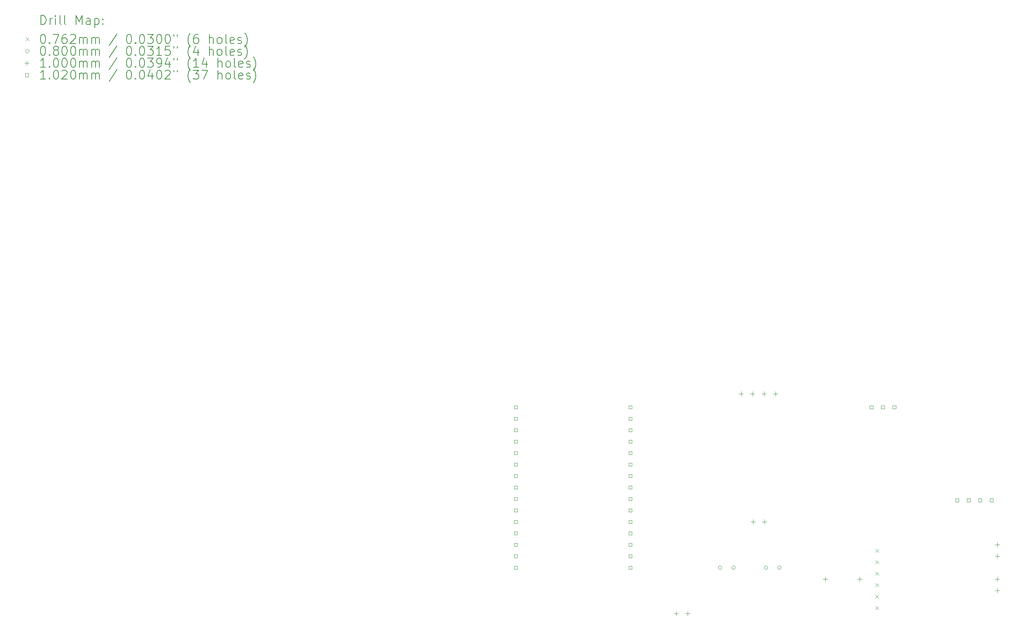
<source format=gbr>
%TF.GenerationSoftware,KiCad,Pcbnew,7.0.9*%
%TF.CreationDate,2023-11-28T16:56:36-05:00*%
%TF.ProjectId,PCB taller de electronica,50434220-7461-46c6-9c65-722064652065,rev?*%
%TF.SameCoordinates,Original*%
%TF.FileFunction,Drillmap*%
%TF.FilePolarity,Positive*%
%FSLAX45Y45*%
G04 Gerber Fmt 4.5, Leading zero omitted, Abs format (unit mm)*
G04 Created by KiCad (PCBNEW 7.0.9) date 2023-11-28 16:56:36*
%MOMM*%
%LPD*%
G01*
G04 APERTURE LIST*
%ADD10C,0.200000*%
%ADD11C,0.100000*%
%ADD12C,0.102000*%
G04 APERTURE END LIST*
D10*
D11*
X18740900Y-11932900D02*
X18817100Y-12009100D01*
X18817100Y-11932900D02*
X18740900Y-12009100D01*
X18740900Y-12186900D02*
X18817100Y-12263100D01*
X18817100Y-12186900D02*
X18740900Y-12263100D01*
X18740900Y-12440900D02*
X18817100Y-12517100D01*
X18817100Y-12440900D02*
X18740900Y-12517100D01*
X18740900Y-12694900D02*
X18817100Y-12771100D01*
X18817100Y-12694900D02*
X18740900Y-12771100D01*
X18740900Y-12948900D02*
X18817100Y-13025100D01*
X18817100Y-12948900D02*
X18740900Y-13025100D01*
X18740900Y-13202900D02*
X18817100Y-13279100D01*
X18817100Y-13202900D02*
X18740900Y-13279100D01*
X15344000Y-12352000D02*
G75*
G03*
X15344000Y-12352000I-40000J0D01*
G01*
X15644000Y-12352000D02*
G75*
G03*
X15644000Y-12352000I-40000J0D01*
G01*
X16360000Y-12352000D02*
G75*
G03*
X16360000Y-12352000I-40000J0D01*
G01*
X16660000Y-12352000D02*
G75*
G03*
X16660000Y-12352000I-40000J0D01*
G01*
X14334000Y-13318000D02*
X14334000Y-13418000D01*
X14284000Y-13368000D02*
X14384000Y-13368000D01*
X14588000Y-13318000D02*
X14588000Y-13418000D01*
X14538000Y-13368000D02*
X14638000Y-13368000D01*
X15768000Y-8448000D02*
X15768000Y-8548000D01*
X15718000Y-8498000D02*
X15818000Y-8498000D01*
X16022000Y-8448000D02*
X16022000Y-8548000D01*
X15972000Y-8498000D02*
X16072000Y-8498000D01*
X16035000Y-11286000D02*
X16035000Y-11386000D01*
X15985000Y-11336000D02*
X16085000Y-11336000D01*
X16276000Y-8448000D02*
X16276000Y-8548000D01*
X16226000Y-8498000D02*
X16326000Y-8498000D01*
X16289000Y-11286000D02*
X16289000Y-11386000D01*
X16239000Y-11336000D02*
X16339000Y-11336000D01*
X16530000Y-8448000D02*
X16530000Y-8548000D01*
X16480000Y-8498000D02*
X16580000Y-8498000D01*
X17636000Y-12556000D02*
X17636000Y-12656000D01*
X17586000Y-12606000D02*
X17686000Y-12606000D01*
X18398000Y-12556000D02*
X18398000Y-12656000D01*
X18348000Y-12606000D02*
X18448000Y-12606000D01*
X21446000Y-11794000D02*
X21446000Y-11894000D01*
X21396000Y-11844000D02*
X21496000Y-11844000D01*
X21446000Y-12048000D02*
X21446000Y-12148000D01*
X21396000Y-12098000D02*
X21496000Y-12098000D01*
X21446000Y-12556000D02*
X21446000Y-12656000D01*
X21396000Y-12606000D02*
X21496000Y-12606000D01*
X21446000Y-12810000D02*
X21446000Y-12910000D01*
X21396000Y-12860000D02*
X21496000Y-12860000D01*
D12*
X10814063Y-8832063D02*
X10814063Y-8759937D01*
X10741937Y-8759937D01*
X10741937Y-8832063D01*
X10814063Y-8832063D01*
X10814063Y-9086063D02*
X10814063Y-9013937D01*
X10741937Y-9013937D01*
X10741937Y-9086063D01*
X10814063Y-9086063D01*
X10814063Y-9340063D02*
X10814063Y-9267937D01*
X10741937Y-9267937D01*
X10741937Y-9340063D01*
X10814063Y-9340063D01*
X10814063Y-9594063D02*
X10814063Y-9521937D01*
X10741937Y-9521937D01*
X10741937Y-9594063D01*
X10814063Y-9594063D01*
X10814063Y-9848063D02*
X10814063Y-9775937D01*
X10741937Y-9775937D01*
X10741937Y-9848063D01*
X10814063Y-9848063D01*
X10814063Y-10102063D02*
X10814063Y-10029937D01*
X10741937Y-10029937D01*
X10741937Y-10102063D01*
X10814063Y-10102063D01*
X10814063Y-10356063D02*
X10814063Y-10283937D01*
X10741937Y-10283937D01*
X10741937Y-10356063D01*
X10814063Y-10356063D01*
X10814063Y-10610063D02*
X10814063Y-10537937D01*
X10741937Y-10537937D01*
X10741937Y-10610063D01*
X10814063Y-10610063D01*
X10814063Y-10864063D02*
X10814063Y-10791937D01*
X10741937Y-10791937D01*
X10741937Y-10864063D01*
X10814063Y-10864063D01*
X10814063Y-11118063D02*
X10814063Y-11045937D01*
X10741937Y-11045937D01*
X10741937Y-11118063D01*
X10814063Y-11118063D01*
X10814063Y-11372063D02*
X10814063Y-11299937D01*
X10741937Y-11299937D01*
X10741937Y-11372063D01*
X10814063Y-11372063D01*
X10814063Y-11626063D02*
X10814063Y-11553937D01*
X10741937Y-11553937D01*
X10741937Y-11626063D01*
X10814063Y-11626063D01*
X10814063Y-11880063D02*
X10814063Y-11807937D01*
X10741937Y-11807937D01*
X10741937Y-11880063D01*
X10814063Y-11880063D01*
X10814063Y-12134063D02*
X10814063Y-12061937D01*
X10741937Y-12061937D01*
X10741937Y-12134063D01*
X10814063Y-12134063D01*
X10814063Y-12388063D02*
X10814063Y-12315937D01*
X10741937Y-12315937D01*
X10741937Y-12388063D01*
X10814063Y-12388063D01*
X13354063Y-8832063D02*
X13354063Y-8759937D01*
X13281937Y-8759937D01*
X13281937Y-8832063D01*
X13354063Y-8832063D01*
X13354063Y-9086063D02*
X13354063Y-9013937D01*
X13281937Y-9013937D01*
X13281937Y-9086063D01*
X13354063Y-9086063D01*
X13354063Y-9340063D02*
X13354063Y-9267937D01*
X13281937Y-9267937D01*
X13281937Y-9340063D01*
X13354063Y-9340063D01*
X13354063Y-9594063D02*
X13354063Y-9521937D01*
X13281937Y-9521937D01*
X13281937Y-9594063D01*
X13354063Y-9594063D01*
X13354063Y-9848063D02*
X13354063Y-9775937D01*
X13281937Y-9775937D01*
X13281937Y-9848063D01*
X13354063Y-9848063D01*
X13354063Y-10102063D02*
X13354063Y-10029937D01*
X13281937Y-10029937D01*
X13281937Y-10102063D01*
X13354063Y-10102063D01*
X13354063Y-10356063D02*
X13354063Y-10283937D01*
X13281937Y-10283937D01*
X13281937Y-10356063D01*
X13354063Y-10356063D01*
X13354063Y-10610063D02*
X13354063Y-10537937D01*
X13281937Y-10537937D01*
X13281937Y-10610063D01*
X13354063Y-10610063D01*
X13354063Y-10864063D02*
X13354063Y-10791937D01*
X13281937Y-10791937D01*
X13281937Y-10864063D01*
X13354063Y-10864063D01*
X13354063Y-11118063D02*
X13354063Y-11045937D01*
X13281937Y-11045937D01*
X13281937Y-11118063D01*
X13354063Y-11118063D01*
X13354063Y-11372063D02*
X13354063Y-11299937D01*
X13281937Y-11299937D01*
X13281937Y-11372063D01*
X13354063Y-11372063D01*
X13354063Y-11626063D02*
X13354063Y-11553937D01*
X13281937Y-11553937D01*
X13281937Y-11626063D01*
X13354063Y-11626063D01*
X13354063Y-11880063D02*
X13354063Y-11807937D01*
X13281937Y-11807937D01*
X13281937Y-11880063D01*
X13354063Y-11880063D01*
X13354063Y-12134063D02*
X13354063Y-12061937D01*
X13281937Y-12061937D01*
X13281937Y-12134063D01*
X13354063Y-12134063D01*
X13354063Y-12388063D02*
X13354063Y-12315937D01*
X13281937Y-12315937D01*
X13281937Y-12388063D01*
X13354063Y-12388063D01*
X18689063Y-8832063D02*
X18689063Y-8759937D01*
X18616937Y-8759937D01*
X18616937Y-8832063D01*
X18689063Y-8832063D01*
X18943063Y-8832063D02*
X18943063Y-8759937D01*
X18870937Y-8759937D01*
X18870937Y-8832063D01*
X18943063Y-8832063D01*
X19197063Y-8832063D02*
X19197063Y-8759937D01*
X19124937Y-8759937D01*
X19124937Y-8832063D01*
X19197063Y-8832063D01*
X20592063Y-10894063D02*
X20592063Y-10821937D01*
X20519937Y-10821937D01*
X20519937Y-10894063D01*
X20592063Y-10894063D01*
X20846063Y-10894063D02*
X20846063Y-10821937D01*
X20773937Y-10821937D01*
X20773937Y-10894063D01*
X20846063Y-10894063D01*
X21100063Y-10894063D02*
X21100063Y-10821937D01*
X21027937Y-10821937D01*
X21027937Y-10894063D01*
X21100063Y-10894063D01*
X21354063Y-10894063D02*
X21354063Y-10821937D01*
X21281937Y-10821937D01*
X21281937Y-10894063D01*
X21354063Y-10894063D01*
D10*
X260777Y-311484D02*
X260777Y-111484D01*
X260777Y-111484D02*
X308396Y-111484D01*
X308396Y-111484D02*
X336967Y-121008D01*
X336967Y-121008D02*
X356015Y-140055D01*
X356015Y-140055D02*
X365539Y-159103D01*
X365539Y-159103D02*
X375062Y-197198D01*
X375062Y-197198D02*
X375062Y-225769D01*
X375062Y-225769D02*
X365539Y-263865D01*
X365539Y-263865D02*
X356015Y-282912D01*
X356015Y-282912D02*
X336967Y-301960D01*
X336967Y-301960D02*
X308396Y-311484D01*
X308396Y-311484D02*
X260777Y-311484D01*
X460777Y-311484D02*
X460777Y-178150D01*
X460777Y-216246D02*
X470301Y-197198D01*
X470301Y-197198D02*
X479824Y-187674D01*
X479824Y-187674D02*
X498872Y-178150D01*
X498872Y-178150D02*
X517920Y-178150D01*
X584586Y-311484D02*
X584586Y-178150D01*
X584586Y-111484D02*
X575063Y-121008D01*
X575063Y-121008D02*
X584586Y-130531D01*
X584586Y-130531D02*
X594110Y-121008D01*
X594110Y-121008D02*
X584586Y-111484D01*
X584586Y-111484D02*
X584586Y-130531D01*
X708396Y-311484D02*
X689348Y-301960D01*
X689348Y-301960D02*
X679824Y-282912D01*
X679824Y-282912D02*
X679824Y-111484D01*
X813158Y-311484D02*
X794110Y-301960D01*
X794110Y-301960D02*
X784586Y-282912D01*
X784586Y-282912D02*
X784586Y-111484D01*
X1041729Y-311484D02*
X1041729Y-111484D01*
X1041729Y-111484D02*
X1108396Y-254341D01*
X1108396Y-254341D02*
X1175063Y-111484D01*
X1175063Y-111484D02*
X1175063Y-311484D01*
X1356015Y-311484D02*
X1356015Y-206722D01*
X1356015Y-206722D02*
X1346491Y-187674D01*
X1346491Y-187674D02*
X1327444Y-178150D01*
X1327444Y-178150D02*
X1289348Y-178150D01*
X1289348Y-178150D02*
X1270301Y-187674D01*
X1356015Y-301960D02*
X1336967Y-311484D01*
X1336967Y-311484D02*
X1289348Y-311484D01*
X1289348Y-311484D02*
X1270301Y-301960D01*
X1270301Y-301960D02*
X1260777Y-282912D01*
X1260777Y-282912D02*
X1260777Y-263865D01*
X1260777Y-263865D02*
X1270301Y-244817D01*
X1270301Y-244817D02*
X1289348Y-235293D01*
X1289348Y-235293D02*
X1336967Y-235293D01*
X1336967Y-235293D02*
X1356015Y-225769D01*
X1451253Y-178150D02*
X1451253Y-378150D01*
X1451253Y-187674D02*
X1470301Y-178150D01*
X1470301Y-178150D02*
X1508396Y-178150D01*
X1508396Y-178150D02*
X1527443Y-187674D01*
X1527443Y-187674D02*
X1536967Y-197198D01*
X1536967Y-197198D02*
X1546491Y-216246D01*
X1546491Y-216246D02*
X1546491Y-273389D01*
X1546491Y-273389D02*
X1536967Y-292436D01*
X1536967Y-292436D02*
X1527443Y-301960D01*
X1527443Y-301960D02*
X1508396Y-311484D01*
X1508396Y-311484D02*
X1470301Y-311484D01*
X1470301Y-311484D02*
X1451253Y-301960D01*
X1632205Y-292436D02*
X1641729Y-301960D01*
X1641729Y-301960D02*
X1632205Y-311484D01*
X1632205Y-311484D02*
X1622682Y-301960D01*
X1622682Y-301960D02*
X1632205Y-292436D01*
X1632205Y-292436D02*
X1632205Y-311484D01*
X1632205Y-187674D02*
X1641729Y-197198D01*
X1641729Y-197198D02*
X1632205Y-206722D01*
X1632205Y-206722D02*
X1622682Y-197198D01*
X1622682Y-197198D02*
X1632205Y-187674D01*
X1632205Y-187674D02*
X1632205Y-206722D01*
D11*
X-76200Y-601900D02*
X0Y-678100D01*
X0Y-601900D02*
X-76200Y-678100D01*
D10*
X298872Y-531484D02*
X317920Y-531484D01*
X317920Y-531484D02*
X336967Y-541008D01*
X336967Y-541008D02*
X346491Y-550531D01*
X346491Y-550531D02*
X356015Y-569579D01*
X356015Y-569579D02*
X365539Y-607674D01*
X365539Y-607674D02*
X365539Y-655293D01*
X365539Y-655293D02*
X356015Y-693389D01*
X356015Y-693389D02*
X346491Y-712436D01*
X346491Y-712436D02*
X336967Y-721960D01*
X336967Y-721960D02*
X317920Y-731484D01*
X317920Y-731484D02*
X298872Y-731484D01*
X298872Y-731484D02*
X279824Y-721960D01*
X279824Y-721960D02*
X270301Y-712436D01*
X270301Y-712436D02*
X260777Y-693389D01*
X260777Y-693389D02*
X251253Y-655293D01*
X251253Y-655293D02*
X251253Y-607674D01*
X251253Y-607674D02*
X260777Y-569579D01*
X260777Y-569579D02*
X270301Y-550531D01*
X270301Y-550531D02*
X279824Y-541008D01*
X279824Y-541008D02*
X298872Y-531484D01*
X451253Y-712436D02*
X460777Y-721960D01*
X460777Y-721960D02*
X451253Y-731484D01*
X451253Y-731484D02*
X441729Y-721960D01*
X441729Y-721960D02*
X451253Y-712436D01*
X451253Y-712436D02*
X451253Y-731484D01*
X527444Y-531484D02*
X660777Y-531484D01*
X660777Y-531484D02*
X575063Y-731484D01*
X822682Y-531484D02*
X784586Y-531484D01*
X784586Y-531484D02*
X765539Y-541008D01*
X765539Y-541008D02*
X756015Y-550531D01*
X756015Y-550531D02*
X736967Y-579103D01*
X736967Y-579103D02*
X727443Y-617198D01*
X727443Y-617198D02*
X727443Y-693389D01*
X727443Y-693389D02*
X736967Y-712436D01*
X736967Y-712436D02*
X746491Y-721960D01*
X746491Y-721960D02*
X765539Y-731484D01*
X765539Y-731484D02*
X803634Y-731484D01*
X803634Y-731484D02*
X822682Y-721960D01*
X822682Y-721960D02*
X832205Y-712436D01*
X832205Y-712436D02*
X841729Y-693389D01*
X841729Y-693389D02*
X841729Y-645770D01*
X841729Y-645770D02*
X832205Y-626722D01*
X832205Y-626722D02*
X822682Y-617198D01*
X822682Y-617198D02*
X803634Y-607674D01*
X803634Y-607674D02*
X765539Y-607674D01*
X765539Y-607674D02*
X746491Y-617198D01*
X746491Y-617198D02*
X736967Y-626722D01*
X736967Y-626722D02*
X727443Y-645770D01*
X917920Y-550531D02*
X927443Y-541008D01*
X927443Y-541008D02*
X946491Y-531484D01*
X946491Y-531484D02*
X994110Y-531484D01*
X994110Y-531484D02*
X1013158Y-541008D01*
X1013158Y-541008D02*
X1022682Y-550531D01*
X1022682Y-550531D02*
X1032205Y-569579D01*
X1032205Y-569579D02*
X1032205Y-588627D01*
X1032205Y-588627D02*
X1022682Y-617198D01*
X1022682Y-617198D02*
X908396Y-731484D01*
X908396Y-731484D02*
X1032205Y-731484D01*
X1117920Y-731484D02*
X1117920Y-598150D01*
X1117920Y-617198D02*
X1127444Y-607674D01*
X1127444Y-607674D02*
X1146491Y-598150D01*
X1146491Y-598150D02*
X1175063Y-598150D01*
X1175063Y-598150D02*
X1194110Y-607674D01*
X1194110Y-607674D02*
X1203634Y-626722D01*
X1203634Y-626722D02*
X1203634Y-731484D01*
X1203634Y-626722D02*
X1213158Y-607674D01*
X1213158Y-607674D02*
X1232205Y-598150D01*
X1232205Y-598150D02*
X1260777Y-598150D01*
X1260777Y-598150D02*
X1279825Y-607674D01*
X1279825Y-607674D02*
X1289348Y-626722D01*
X1289348Y-626722D02*
X1289348Y-731484D01*
X1384586Y-731484D02*
X1384586Y-598150D01*
X1384586Y-617198D02*
X1394110Y-607674D01*
X1394110Y-607674D02*
X1413158Y-598150D01*
X1413158Y-598150D02*
X1441729Y-598150D01*
X1441729Y-598150D02*
X1460777Y-607674D01*
X1460777Y-607674D02*
X1470301Y-626722D01*
X1470301Y-626722D02*
X1470301Y-731484D01*
X1470301Y-626722D02*
X1479824Y-607674D01*
X1479824Y-607674D02*
X1498872Y-598150D01*
X1498872Y-598150D02*
X1527443Y-598150D01*
X1527443Y-598150D02*
X1546491Y-607674D01*
X1546491Y-607674D02*
X1556015Y-626722D01*
X1556015Y-626722D02*
X1556015Y-731484D01*
X1946491Y-521960D02*
X1775063Y-779103D01*
X2203634Y-531484D02*
X2222682Y-531484D01*
X2222682Y-531484D02*
X2241729Y-541008D01*
X2241729Y-541008D02*
X2251253Y-550531D01*
X2251253Y-550531D02*
X2260777Y-569579D01*
X2260777Y-569579D02*
X2270301Y-607674D01*
X2270301Y-607674D02*
X2270301Y-655293D01*
X2270301Y-655293D02*
X2260777Y-693389D01*
X2260777Y-693389D02*
X2251253Y-712436D01*
X2251253Y-712436D02*
X2241729Y-721960D01*
X2241729Y-721960D02*
X2222682Y-731484D01*
X2222682Y-731484D02*
X2203634Y-731484D01*
X2203634Y-731484D02*
X2184587Y-721960D01*
X2184587Y-721960D02*
X2175063Y-712436D01*
X2175063Y-712436D02*
X2165539Y-693389D01*
X2165539Y-693389D02*
X2156015Y-655293D01*
X2156015Y-655293D02*
X2156015Y-607674D01*
X2156015Y-607674D02*
X2165539Y-569579D01*
X2165539Y-569579D02*
X2175063Y-550531D01*
X2175063Y-550531D02*
X2184587Y-541008D01*
X2184587Y-541008D02*
X2203634Y-531484D01*
X2356015Y-712436D02*
X2365539Y-721960D01*
X2365539Y-721960D02*
X2356015Y-731484D01*
X2356015Y-731484D02*
X2346491Y-721960D01*
X2346491Y-721960D02*
X2356015Y-712436D01*
X2356015Y-712436D02*
X2356015Y-731484D01*
X2489348Y-531484D02*
X2508396Y-531484D01*
X2508396Y-531484D02*
X2527444Y-541008D01*
X2527444Y-541008D02*
X2536968Y-550531D01*
X2536968Y-550531D02*
X2546491Y-569579D01*
X2546491Y-569579D02*
X2556015Y-607674D01*
X2556015Y-607674D02*
X2556015Y-655293D01*
X2556015Y-655293D02*
X2546491Y-693389D01*
X2546491Y-693389D02*
X2536968Y-712436D01*
X2536968Y-712436D02*
X2527444Y-721960D01*
X2527444Y-721960D02*
X2508396Y-731484D01*
X2508396Y-731484D02*
X2489348Y-731484D01*
X2489348Y-731484D02*
X2470301Y-721960D01*
X2470301Y-721960D02*
X2460777Y-712436D01*
X2460777Y-712436D02*
X2451253Y-693389D01*
X2451253Y-693389D02*
X2441729Y-655293D01*
X2441729Y-655293D02*
X2441729Y-607674D01*
X2441729Y-607674D02*
X2451253Y-569579D01*
X2451253Y-569579D02*
X2460777Y-550531D01*
X2460777Y-550531D02*
X2470301Y-541008D01*
X2470301Y-541008D02*
X2489348Y-531484D01*
X2622682Y-531484D02*
X2746491Y-531484D01*
X2746491Y-531484D02*
X2679825Y-607674D01*
X2679825Y-607674D02*
X2708396Y-607674D01*
X2708396Y-607674D02*
X2727444Y-617198D01*
X2727444Y-617198D02*
X2736968Y-626722D01*
X2736968Y-626722D02*
X2746491Y-645770D01*
X2746491Y-645770D02*
X2746491Y-693389D01*
X2746491Y-693389D02*
X2736968Y-712436D01*
X2736968Y-712436D02*
X2727444Y-721960D01*
X2727444Y-721960D02*
X2708396Y-731484D01*
X2708396Y-731484D02*
X2651253Y-731484D01*
X2651253Y-731484D02*
X2632206Y-721960D01*
X2632206Y-721960D02*
X2622682Y-712436D01*
X2870301Y-531484D02*
X2889348Y-531484D01*
X2889348Y-531484D02*
X2908396Y-541008D01*
X2908396Y-541008D02*
X2917920Y-550531D01*
X2917920Y-550531D02*
X2927444Y-569579D01*
X2927444Y-569579D02*
X2936967Y-607674D01*
X2936967Y-607674D02*
X2936967Y-655293D01*
X2936967Y-655293D02*
X2927444Y-693389D01*
X2927444Y-693389D02*
X2917920Y-712436D01*
X2917920Y-712436D02*
X2908396Y-721960D01*
X2908396Y-721960D02*
X2889348Y-731484D01*
X2889348Y-731484D02*
X2870301Y-731484D01*
X2870301Y-731484D02*
X2851253Y-721960D01*
X2851253Y-721960D02*
X2841729Y-712436D01*
X2841729Y-712436D02*
X2832206Y-693389D01*
X2832206Y-693389D02*
X2822682Y-655293D01*
X2822682Y-655293D02*
X2822682Y-607674D01*
X2822682Y-607674D02*
X2832206Y-569579D01*
X2832206Y-569579D02*
X2841729Y-550531D01*
X2841729Y-550531D02*
X2851253Y-541008D01*
X2851253Y-541008D02*
X2870301Y-531484D01*
X3060777Y-531484D02*
X3079825Y-531484D01*
X3079825Y-531484D02*
X3098872Y-541008D01*
X3098872Y-541008D02*
X3108396Y-550531D01*
X3108396Y-550531D02*
X3117920Y-569579D01*
X3117920Y-569579D02*
X3127444Y-607674D01*
X3127444Y-607674D02*
X3127444Y-655293D01*
X3127444Y-655293D02*
X3117920Y-693389D01*
X3117920Y-693389D02*
X3108396Y-712436D01*
X3108396Y-712436D02*
X3098872Y-721960D01*
X3098872Y-721960D02*
X3079825Y-731484D01*
X3079825Y-731484D02*
X3060777Y-731484D01*
X3060777Y-731484D02*
X3041729Y-721960D01*
X3041729Y-721960D02*
X3032206Y-712436D01*
X3032206Y-712436D02*
X3022682Y-693389D01*
X3022682Y-693389D02*
X3013158Y-655293D01*
X3013158Y-655293D02*
X3013158Y-607674D01*
X3013158Y-607674D02*
X3022682Y-569579D01*
X3022682Y-569579D02*
X3032206Y-550531D01*
X3032206Y-550531D02*
X3041729Y-541008D01*
X3041729Y-541008D02*
X3060777Y-531484D01*
X3203634Y-531484D02*
X3203634Y-569579D01*
X3279825Y-531484D02*
X3279825Y-569579D01*
X3575063Y-807674D02*
X3565539Y-798150D01*
X3565539Y-798150D02*
X3546491Y-769579D01*
X3546491Y-769579D02*
X3536968Y-750531D01*
X3536968Y-750531D02*
X3527444Y-721960D01*
X3527444Y-721960D02*
X3517920Y-674341D01*
X3517920Y-674341D02*
X3517920Y-636246D01*
X3517920Y-636246D02*
X3527444Y-588627D01*
X3527444Y-588627D02*
X3536968Y-560055D01*
X3536968Y-560055D02*
X3546491Y-541008D01*
X3546491Y-541008D02*
X3565539Y-512436D01*
X3565539Y-512436D02*
X3575063Y-502912D01*
X3736968Y-531484D02*
X3698872Y-531484D01*
X3698872Y-531484D02*
X3679825Y-541008D01*
X3679825Y-541008D02*
X3670301Y-550531D01*
X3670301Y-550531D02*
X3651253Y-579103D01*
X3651253Y-579103D02*
X3641729Y-617198D01*
X3641729Y-617198D02*
X3641729Y-693389D01*
X3641729Y-693389D02*
X3651253Y-712436D01*
X3651253Y-712436D02*
X3660777Y-721960D01*
X3660777Y-721960D02*
X3679825Y-731484D01*
X3679825Y-731484D02*
X3717920Y-731484D01*
X3717920Y-731484D02*
X3736968Y-721960D01*
X3736968Y-721960D02*
X3746491Y-712436D01*
X3746491Y-712436D02*
X3756015Y-693389D01*
X3756015Y-693389D02*
X3756015Y-645770D01*
X3756015Y-645770D02*
X3746491Y-626722D01*
X3746491Y-626722D02*
X3736968Y-617198D01*
X3736968Y-617198D02*
X3717920Y-607674D01*
X3717920Y-607674D02*
X3679825Y-607674D01*
X3679825Y-607674D02*
X3660777Y-617198D01*
X3660777Y-617198D02*
X3651253Y-626722D01*
X3651253Y-626722D02*
X3641729Y-645770D01*
X3994110Y-731484D02*
X3994110Y-531484D01*
X4079825Y-731484D02*
X4079825Y-626722D01*
X4079825Y-626722D02*
X4070301Y-607674D01*
X4070301Y-607674D02*
X4051253Y-598150D01*
X4051253Y-598150D02*
X4022682Y-598150D01*
X4022682Y-598150D02*
X4003634Y-607674D01*
X4003634Y-607674D02*
X3994110Y-617198D01*
X4203634Y-731484D02*
X4184587Y-721960D01*
X4184587Y-721960D02*
X4175063Y-712436D01*
X4175063Y-712436D02*
X4165539Y-693389D01*
X4165539Y-693389D02*
X4165539Y-636246D01*
X4165539Y-636246D02*
X4175063Y-617198D01*
X4175063Y-617198D02*
X4184587Y-607674D01*
X4184587Y-607674D02*
X4203634Y-598150D01*
X4203634Y-598150D02*
X4232206Y-598150D01*
X4232206Y-598150D02*
X4251253Y-607674D01*
X4251253Y-607674D02*
X4260777Y-617198D01*
X4260777Y-617198D02*
X4270301Y-636246D01*
X4270301Y-636246D02*
X4270301Y-693389D01*
X4270301Y-693389D02*
X4260777Y-712436D01*
X4260777Y-712436D02*
X4251253Y-721960D01*
X4251253Y-721960D02*
X4232206Y-731484D01*
X4232206Y-731484D02*
X4203634Y-731484D01*
X4384587Y-731484D02*
X4365539Y-721960D01*
X4365539Y-721960D02*
X4356015Y-702912D01*
X4356015Y-702912D02*
X4356015Y-531484D01*
X4536968Y-721960D02*
X4517920Y-731484D01*
X4517920Y-731484D02*
X4479825Y-731484D01*
X4479825Y-731484D02*
X4460777Y-721960D01*
X4460777Y-721960D02*
X4451253Y-702912D01*
X4451253Y-702912D02*
X4451253Y-626722D01*
X4451253Y-626722D02*
X4460777Y-607674D01*
X4460777Y-607674D02*
X4479825Y-598150D01*
X4479825Y-598150D02*
X4517920Y-598150D01*
X4517920Y-598150D02*
X4536968Y-607674D01*
X4536968Y-607674D02*
X4546492Y-626722D01*
X4546492Y-626722D02*
X4546492Y-645770D01*
X4546492Y-645770D02*
X4451253Y-664817D01*
X4622682Y-721960D02*
X4641730Y-731484D01*
X4641730Y-731484D02*
X4679825Y-731484D01*
X4679825Y-731484D02*
X4698873Y-721960D01*
X4698873Y-721960D02*
X4708396Y-702912D01*
X4708396Y-702912D02*
X4708396Y-693389D01*
X4708396Y-693389D02*
X4698873Y-674341D01*
X4698873Y-674341D02*
X4679825Y-664817D01*
X4679825Y-664817D02*
X4651253Y-664817D01*
X4651253Y-664817D02*
X4632206Y-655293D01*
X4632206Y-655293D02*
X4622682Y-636246D01*
X4622682Y-636246D02*
X4622682Y-626722D01*
X4622682Y-626722D02*
X4632206Y-607674D01*
X4632206Y-607674D02*
X4651253Y-598150D01*
X4651253Y-598150D02*
X4679825Y-598150D01*
X4679825Y-598150D02*
X4698873Y-607674D01*
X4775063Y-807674D02*
X4784587Y-798150D01*
X4784587Y-798150D02*
X4803634Y-769579D01*
X4803634Y-769579D02*
X4813158Y-750531D01*
X4813158Y-750531D02*
X4822682Y-721960D01*
X4822682Y-721960D02*
X4832206Y-674341D01*
X4832206Y-674341D02*
X4832206Y-636246D01*
X4832206Y-636246D02*
X4822682Y-588627D01*
X4822682Y-588627D02*
X4813158Y-560055D01*
X4813158Y-560055D02*
X4803634Y-541008D01*
X4803634Y-541008D02*
X4784587Y-512436D01*
X4784587Y-512436D02*
X4775063Y-502912D01*
D11*
X0Y-904000D02*
G75*
G03*
X0Y-904000I-40000J0D01*
G01*
D10*
X298872Y-795484D02*
X317920Y-795484D01*
X317920Y-795484D02*
X336967Y-805008D01*
X336967Y-805008D02*
X346491Y-814531D01*
X346491Y-814531D02*
X356015Y-833579D01*
X356015Y-833579D02*
X365539Y-871674D01*
X365539Y-871674D02*
X365539Y-919293D01*
X365539Y-919293D02*
X356015Y-957388D01*
X356015Y-957388D02*
X346491Y-976436D01*
X346491Y-976436D02*
X336967Y-985960D01*
X336967Y-985960D02*
X317920Y-995484D01*
X317920Y-995484D02*
X298872Y-995484D01*
X298872Y-995484D02*
X279824Y-985960D01*
X279824Y-985960D02*
X270301Y-976436D01*
X270301Y-976436D02*
X260777Y-957388D01*
X260777Y-957388D02*
X251253Y-919293D01*
X251253Y-919293D02*
X251253Y-871674D01*
X251253Y-871674D02*
X260777Y-833579D01*
X260777Y-833579D02*
X270301Y-814531D01*
X270301Y-814531D02*
X279824Y-805008D01*
X279824Y-805008D02*
X298872Y-795484D01*
X451253Y-976436D02*
X460777Y-985960D01*
X460777Y-985960D02*
X451253Y-995484D01*
X451253Y-995484D02*
X441729Y-985960D01*
X441729Y-985960D02*
X451253Y-976436D01*
X451253Y-976436D02*
X451253Y-995484D01*
X575063Y-881198D02*
X556015Y-871674D01*
X556015Y-871674D02*
X546491Y-862150D01*
X546491Y-862150D02*
X536967Y-843103D01*
X536967Y-843103D02*
X536967Y-833579D01*
X536967Y-833579D02*
X546491Y-814531D01*
X546491Y-814531D02*
X556015Y-805008D01*
X556015Y-805008D02*
X575063Y-795484D01*
X575063Y-795484D02*
X613158Y-795484D01*
X613158Y-795484D02*
X632205Y-805008D01*
X632205Y-805008D02*
X641729Y-814531D01*
X641729Y-814531D02*
X651253Y-833579D01*
X651253Y-833579D02*
X651253Y-843103D01*
X651253Y-843103D02*
X641729Y-862150D01*
X641729Y-862150D02*
X632205Y-871674D01*
X632205Y-871674D02*
X613158Y-881198D01*
X613158Y-881198D02*
X575063Y-881198D01*
X575063Y-881198D02*
X556015Y-890722D01*
X556015Y-890722D02*
X546491Y-900246D01*
X546491Y-900246D02*
X536967Y-919293D01*
X536967Y-919293D02*
X536967Y-957388D01*
X536967Y-957388D02*
X546491Y-976436D01*
X546491Y-976436D02*
X556015Y-985960D01*
X556015Y-985960D02*
X575063Y-995484D01*
X575063Y-995484D02*
X613158Y-995484D01*
X613158Y-995484D02*
X632205Y-985960D01*
X632205Y-985960D02*
X641729Y-976436D01*
X641729Y-976436D02*
X651253Y-957388D01*
X651253Y-957388D02*
X651253Y-919293D01*
X651253Y-919293D02*
X641729Y-900246D01*
X641729Y-900246D02*
X632205Y-890722D01*
X632205Y-890722D02*
X613158Y-881198D01*
X775062Y-795484D02*
X794110Y-795484D01*
X794110Y-795484D02*
X813158Y-805008D01*
X813158Y-805008D02*
X822682Y-814531D01*
X822682Y-814531D02*
X832205Y-833579D01*
X832205Y-833579D02*
X841729Y-871674D01*
X841729Y-871674D02*
X841729Y-919293D01*
X841729Y-919293D02*
X832205Y-957388D01*
X832205Y-957388D02*
X822682Y-976436D01*
X822682Y-976436D02*
X813158Y-985960D01*
X813158Y-985960D02*
X794110Y-995484D01*
X794110Y-995484D02*
X775062Y-995484D01*
X775062Y-995484D02*
X756015Y-985960D01*
X756015Y-985960D02*
X746491Y-976436D01*
X746491Y-976436D02*
X736967Y-957388D01*
X736967Y-957388D02*
X727443Y-919293D01*
X727443Y-919293D02*
X727443Y-871674D01*
X727443Y-871674D02*
X736967Y-833579D01*
X736967Y-833579D02*
X746491Y-814531D01*
X746491Y-814531D02*
X756015Y-805008D01*
X756015Y-805008D02*
X775062Y-795484D01*
X965539Y-795484D02*
X984586Y-795484D01*
X984586Y-795484D02*
X1003634Y-805008D01*
X1003634Y-805008D02*
X1013158Y-814531D01*
X1013158Y-814531D02*
X1022682Y-833579D01*
X1022682Y-833579D02*
X1032205Y-871674D01*
X1032205Y-871674D02*
X1032205Y-919293D01*
X1032205Y-919293D02*
X1022682Y-957388D01*
X1022682Y-957388D02*
X1013158Y-976436D01*
X1013158Y-976436D02*
X1003634Y-985960D01*
X1003634Y-985960D02*
X984586Y-995484D01*
X984586Y-995484D02*
X965539Y-995484D01*
X965539Y-995484D02*
X946491Y-985960D01*
X946491Y-985960D02*
X936967Y-976436D01*
X936967Y-976436D02*
X927443Y-957388D01*
X927443Y-957388D02*
X917920Y-919293D01*
X917920Y-919293D02*
X917920Y-871674D01*
X917920Y-871674D02*
X927443Y-833579D01*
X927443Y-833579D02*
X936967Y-814531D01*
X936967Y-814531D02*
X946491Y-805008D01*
X946491Y-805008D02*
X965539Y-795484D01*
X1117920Y-995484D02*
X1117920Y-862150D01*
X1117920Y-881198D02*
X1127444Y-871674D01*
X1127444Y-871674D02*
X1146491Y-862150D01*
X1146491Y-862150D02*
X1175063Y-862150D01*
X1175063Y-862150D02*
X1194110Y-871674D01*
X1194110Y-871674D02*
X1203634Y-890722D01*
X1203634Y-890722D02*
X1203634Y-995484D01*
X1203634Y-890722D02*
X1213158Y-871674D01*
X1213158Y-871674D02*
X1232205Y-862150D01*
X1232205Y-862150D02*
X1260777Y-862150D01*
X1260777Y-862150D02*
X1279825Y-871674D01*
X1279825Y-871674D02*
X1289348Y-890722D01*
X1289348Y-890722D02*
X1289348Y-995484D01*
X1384586Y-995484D02*
X1384586Y-862150D01*
X1384586Y-881198D02*
X1394110Y-871674D01*
X1394110Y-871674D02*
X1413158Y-862150D01*
X1413158Y-862150D02*
X1441729Y-862150D01*
X1441729Y-862150D02*
X1460777Y-871674D01*
X1460777Y-871674D02*
X1470301Y-890722D01*
X1470301Y-890722D02*
X1470301Y-995484D01*
X1470301Y-890722D02*
X1479824Y-871674D01*
X1479824Y-871674D02*
X1498872Y-862150D01*
X1498872Y-862150D02*
X1527443Y-862150D01*
X1527443Y-862150D02*
X1546491Y-871674D01*
X1546491Y-871674D02*
X1556015Y-890722D01*
X1556015Y-890722D02*
X1556015Y-995484D01*
X1946491Y-785960D02*
X1775063Y-1043103D01*
X2203634Y-795484D02*
X2222682Y-795484D01*
X2222682Y-795484D02*
X2241729Y-805008D01*
X2241729Y-805008D02*
X2251253Y-814531D01*
X2251253Y-814531D02*
X2260777Y-833579D01*
X2260777Y-833579D02*
X2270301Y-871674D01*
X2270301Y-871674D02*
X2270301Y-919293D01*
X2270301Y-919293D02*
X2260777Y-957388D01*
X2260777Y-957388D02*
X2251253Y-976436D01*
X2251253Y-976436D02*
X2241729Y-985960D01*
X2241729Y-985960D02*
X2222682Y-995484D01*
X2222682Y-995484D02*
X2203634Y-995484D01*
X2203634Y-995484D02*
X2184587Y-985960D01*
X2184587Y-985960D02*
X2175063Y-976436D01*
X2175063Y-976436D02*
X2165539Y-957388D01*
X2165539Y-957388D02*
X2156015Y-919293D01*
X2156015Y-919293D02*
X2156015Y-871674D01*
X2156015Y-871674D02*
X2165539Y-833579D01*
X2165539Y-833579D02*
X2175063Y-814531D01*
X2175063Y-814531D02*
X2184587Y-805008D01*
X2184587Y-805008D02*
X2203634Y-795484D01*
X2356015Y-976436D02*
X2365539Y-985960D01*
X2365539Y-985960D02*
X2356015Y-995484D01*
X2356015Y-995484D02*
X2346491Y-985960D01*
X2346491Y-985960D02*
X2356015Y-976436D01*
X2356015Y-976436D02*
X2356015Y-995484D01*
X2489348Y-795484D02*
X2508396Y-795484D01*
X2508396Y-795484D02*
X2527444Y-805008D01*
X2527444Y-805008D02*
X2536968Y-814531D01*
X2536968Y-814531D02*
X2546491Y-833579D01*
X2546491Y-833579D02*
X2556015Y-871674D01*
X2556015Y-871674D02*
X2556015Y-919293D01*
X2556015Y-919293D02*
X2546491Y-957388D01*
X2546491Y-957388D02*
X2536968Y-976436D01*
X2536968Y-976436D02*
X2527444Y-985960D01*
X2527444Y-985960D02*
X2508396Y-995484D01*
X2508396Y-995484D02*
X2489348Y-995484D01*
X2489348Y-995484D02*
X2470301Y-985960D01*
X2470301Y-985960D02*
X2460777Y-976436D01*
X2460777Y-976436D02*
X2451253Y-957388D01*
X2451253Y-957388D02*
X2441729Y-919293D01*
X2441729Y-919293D02*
X2441729Y-871674D01*
X2441729Y-871674D02*
X2451253Y-833579D01*
X2451253Y-833579D02*
X2460777Y-814531D01*
X2460777Y-814531D02*
X2470301Y-805008D01*
X2470301Y-805008D02*
X2489348Y-795484D01*
X2622682Y-795484D02*
X2746491Y-795484D01*
X2746491Y-795484D02*
X2679825Y-871674D01*
X2679825Y-871674D02*
X2708396Y-871674D01*
X2708396Y-871674D02*
X2727444Y-881198D01*
X2727444Y-881198D02*
X2736968Y-890722D01*
X2736968Y-890722D02*
X2746491Y-909769D01*
X2746491Y-909769D02*
X2746491Y-957388D01*
X2746491Y-957388D02*
X2736968Y-976436D01*
X2736968Y-976436D02*
X2727444Y-985960D01*
X2727444Y-985960D02*
X2708396Y-995484D01*
X2708396Y-995484D02*
X2651253Y-995484D01*
X2651253Y-995484D02*
X2632206Y-985960D01*
X2632206Y-985960D02*
X2622682Y-976436D01*
X2936967Y-995484D02*
X2822682Y-995484D01*
X2879825Y-995484D02*
X2879825Y-795484D01*
X2879825Y-795484D02*
X2860777Y-824055D01*
X2860777Y-824055D02*
X2841729Y-843103D01*
X2841729Y-843103D02*
X2822682Y-852627D01*
X3117920Y-795484D02*
X3022682Y-795484D01*
X3022682Y-795484D02*
X3013158Y-890722D01*
X3013158Y-890722D02*
X3022682Y-881198D01*
X3022682Y-881198D02*
X3041729Y-871674D01*
X3041729Y-871674D02*
X3089348Y-871674D01*
X3089348Y-871674D02*
X3108396Y-881198D01*
X3108396Y-881198D02*
X3117920Y-890722D01*
X3117920Y-890722D02*
X3127444Y-909769D01*
X3127444Y-909769D02*
X3127444Y-957388D01*
X3127444Y-957388D02*
X3117920Y-976436D01*
X3117920Y-976436D02*
X3108396Y-985960D01*
X3108396Y-985960D02*
X3089348Y-995484D01*
X3089348Y-995484D02*
X3041729Y-995484D01*
X3041729Y-995484D02*
X3022682Y-985960D01*
X3022682Y-985960D02*
X3013158Y-976436D01*
X3203634Y-795484D02*
X3203634Y-833579D01*
X3279825Y-795484D02*
X3279825Y-833579D01*
X3575063Y-1071674D02*
X3565539Y-1062150D01*
X3565539Y-1062150D02*
X3546491Y-1033579D01*
X3546491Y-1033579D02*
X3536968Y-1014531D01*
X3536968Y-1014531D02*
X3527444Y-985960D01*
X3527444Y-985960D02*
X3517920Y-938341D01*
X3517920Y-938341D02*
X3517920Y-900246D01*
X3517920Y-900246D02*
X3527444Y-852627D01*
X3527444Y-852627D02*
X3536968Y-824055D01*
X3536968Y-824055D02*
X3546491Y-805008D01*
X3546491Y-805008D02*
X3565539Y-776436D01*
X3565539Y-776436D02*
X3575063Y-766912D01*
X3736968Y-862150D02*
X3736968Y-995484D01*
X3689348Y-785960D02*
X3641729Y-928817D01*
X3641729Y-928817D02*
X3765539Y-928817D01*
X3994110Y-995484D02*
X3994110Y-795484D01*
X4079825Y-995484D02*
X4079825Y-890722D01*
X4079825Y-890722D02*
X4070301Y-871674D01*
X4070301Y-871674D02*
X4051253Y-862150D01*
X4051253Y-862150D02*
X4022682Y-862150D01*
X4022682Y-862150D02*
X4003634Y-871674D01*
X4003634Y-871674D02*
X3994110Y-881198D01*
X4203634Y-995484D02*
X4184587Y-985960D01*
X4184587Y-985960D02*
X4175063Y-976436D01*
X4175063Y-976436D02*
X4165539Y-957388D01*
X4165539Y-957388D02*
X4165539Y-900246D01*
X4165539Y-900246D02*
X4175063Y-881198D01*
X4175063Y-881198D02*
X4184587Y-871674D01*
X4184587Y-871674D02*
X4203634Y-862150D01*
X4203634Y-862150D02*
X4232206Y-862150D01*
X4232206Y-862150D02*
X4251253Y-871674D01*
X4251253Y-871674D02*
X4260777Y-881198D01*
X4260777Y-881198D02*
X4270301Y-900246D01*
X4270301Y-900246D02*
X4270301Y-957388D01*
X4270301Y-957388D02*
X4260777Y-976436D01*
X4260777Y-976436D02*
X4251253Y-985960D01*
X4251253Y-985960D02*
X4232206Y-995484D01*
X4232206Y-995484D02*
X4203634Y-995484D01*
X4384587Y-995484D02*
X4365539Y-985960D01*
X4365539Y-985960D02*
X4356015Y-966912D01*
X4356015Y-966912D02*
X4356015Y-795484D01*
X4536968Y-985960D02*
X4517920Y-995484D01*
X4517920Y-995484D02*
X4479825Y-995484D01*
X4479825Y-995484D02*
X4460777Y-985960D01*
X4460777Y-985960D02*
X4451253Y-966912D01*
X4451253Y-966912D02*
X4451253Y-890722D01*
X4451253Y-890722D02*
X4460777Y-871674D01*
X4460777Y-871674D02*
X4479825Y-862150D01*
X4479825Y-862150D02*
X4517920Y-862150D01*
X4517920Y-862150D02*
X4536968Y-871674D01*
X4536968Y-871674D02*
X4546492Y-890722D01*
X4546492Y-890722D02*
X4546492Y-909769D01*
X4546492Y-909769D02*
X4451253Y-928817D01*
X4622682Y-985960D02*
X4641730Y-995484D01*
X4641730Y-995484D02*
X4679825Y-995484D01*
X4679825Y-995484D02*
X4698873Y-985960D01*
X4698873Y-985960D02*
X4708396Y-966912D01*
X4708396Y-966912D02*
X4708396Y-957388D01*
X4708396Y-957388D02*
X4698873Y-938341D01*
X4698873Y-938341D02*
X4679825Y-928817D01*
X4679825Y-928817D02*
X4651253Y-928817D01*
X4651253Y-928817D02*
X4632206Y-919293D01*
X4632206Y-919293D02*
X4622682Y-900246D01*
X4622682Y-900246D02*
X4622682Y-890722D01*
X4622682Y-890722D02*
X4632206Y-871674D01*
X4632206Y-871674D02*
X4651253Y-862150D01*
X4651253Y-862150D02*
X4679825Y-862150D01*
X4679825Y-862150D02*
X4698873Y-871674D01*
X4775063Y-1071674D02*
X4784587Y-1062150D01*
X4784587Y-1062150D02*
X4803634Y-1033579D01*
X4803634Y-1033579D02*
X4813158Y-1014531D01*
X4813158Y-1014531D02*
X4822682Y-985960D01*
X4822682Y-985960D02*
X4832206Y-938341D01*
X4832206Y-938341D02*
X4832206Y-900246D01*
X4832206Y-900246D02*
X4822682Y-852627D01*
X4822682Y-852627D02*
X4813158Y-824055D01*
X4813158Y-824055D02*
X4803634Y-805008D01*
X4803634Y-805008D02*
X4784587Y-776436D01*
X4784587Y-776436D02*
X4775063Y-766912D01*
D11*
X-50000Y-1118000D02*
X-50000Y-1218000D01*
X-100000Y-1168000D02*
X0Y-1168000D01*
D10*
X365539Y-1259484D02*
X251253Y-1259484D01*
X308396Y-1259484D02*
X308396Y-1059484D01*
X308396Y-1059484D02*
X289348Y-1088055D01*
X289348Y-1088055D02*
X270301Y-1107103D01*
X270301Y-1107103D02*
X251253Y-1116627D01*
X451253Y-1240436D02*
X460777Y-1249960D01*
X460777Y-1249960D02*
X451253Y-1259484D01*
X451253Y-1259484D02*
X441729Y-1249960D01*
X441729Y-1249960D02*
X451253Y-1240436D01*
X451253Y-1240436D02*
X451253Y-1259484D01*
X584586Y-1059484D02*
X603634Y-1059484D01*
X603634Y-1059484D02*
X622682Y-1069008D01*
X622682Y-1069008D02*
X632205Y-1078531D01*
X632205Y-1078531D02*
X641729Y-1097579D01*
X641729Y-1097579D02*
X651253Y-1135674D01*
X651253Y-1135674D02*
X651253Y-1183293D01*
X651253Y-1183293D02*
X641729Y-1221389D01*
X641729Y-1221389D02*
X632205Y-1240436D01*
X632205Y-1240436D02*
X622682Y-1249960D01*
X622682Y-1249960D02*
X603634Y-1259484D01*
X603634Y-1259484D02*
X584586Y-1259484D01*
X584586Y-1259484D02*
X565539Y-1249960D01*
X565539Y-1249960D02*
X556015Y-1240436D01*
X556015Y-1240436D02*
X546491Y-1221389D01*
X546491Y-1221389D02*
X536967Y-1183293D01*
X536967Y-1183293D02*
X536967Y-1135674D01*
X536967Y-1135674D02*
X546491Y-1097579D01*
X546491Y-1097579D02*
X556015Y-1078531D01*
X556015Y-1078531D02*
X565539Y-1069008D01*
X565539Y-1069008D02*
X584586Y-1059484D01*
X775062Y-1059484D02*
X794110Y-1059484D01*
X794110Y-1059484D02*
X813158Y-1069008D01*
X813158Y-1069008D02*
X822682Y-1078531D01*
X822682Y-1078531D02*
X832205Y-1097579D01*
X832205Y-1097579D02*
X841729Y-1135674D01*
X841729Y-1135674D02*
X841729Y-1183293D01*
X841729Y-1183293D02*
X832205Y-1221389D01*
X832205Y-1221389D02*
X822682Y-1240436D01*
X822682Y-1240436D02*
X813158Y-1249960D01*
X813158Y-1249960D02*
X794110Y-1259484D01*
X794110Y-1259484D02*
X775062Y-1259484D01*
X775062Y-1259484D02*
X756015Y-1249960D01*
X756015Y-1249960D02*
X746491Y-1240436D01*
X746491Y-1240436D02*
X736967Y-1221389D01*
X736967Y-1221389D02*
X727443Y-1183293D01*
X727443Y-1183293D02*
X727443Y-1135674D01*
X727443Y-1135674D02*
X736967Y-1097579D01*
X736967Y-1097579D02*
X746491Y-1078531D01*
X746491Y-1078531D02*
X756015Y-1069008D01*
X756015Y-1069008D02*
X775062Y-1059484D01*
X965539Y-1059484D02*
X984586Y-1059484D01*
X984586Y-1059484D02*
X1003634Y-1069008D01*
X1003634Y-1069008D02*
X1013158Y-1078531D01*
X1013158Y-1078531D02*
X1022682Y-1097579D01*
X1022682Y-1097579D02*
X1032205Y-1135674D01*
X1032205Y-1135674D02*
X1032205Y-1183293D01*
X1032205Y-1183293D02*
X1022682Y-1221389D01*
X1022682Y-1221389D02*
X1013158Y-1240436D01*
X1013158Y-1240436D02*
X1003634Y-1249960D01*
X1003634Y-1249960D02*
X984586Y-1259484D01*
X984586Y-1259484D02*
X965539Y-1259484D01*
X965539Y-1259484D02*
X946491Y-1249960D01*
X946491Y-1249960D02*
X936967Y-1240436D01*
X936967Y-1240436D02*
X927443Y-1221389D01*
X927443Y-1221389D02*
X917920Y-1183293D01*
X917920Y-1183293D02*
X917920Y-1135674D01*
X917920Y-1135674D02*
X927443Y-1097579D01*
X927443Y-1097579D02*
X936967Y-1078531D01*
X936967Y-1078531D02*
X946491Y-1069008D01*
X946491Y-1069008D02*
X965539Y-1059484D01*
X1117920Y-1259484D02*
X1117920Y-1126150D01*
X1117920Y-1145198D02*
X1127444Y-1135674D01*
X1127444Y-1135674D02*
X1146491Y-1126150D01*
X1146491Y-1126150D02*
X1175063Y-1126150D01*
X1175063Y-1126150D02*
X1194110Y-1135674D01*
X1194110Y-1135674D02*
X1203634Y-1154722D01*
X1203634Y-1154722D02*
X1203634Y-1259484D01*
X1203634Y-1154722D02*
X1213158Y-1135674D01*
X1213158Y-1135674D02*
X1232205Y-1126150D01*
X1232205Y-1126150D02*
X1260777Y-1126150D01*
X1260777Y-1126150D02*
X1279825Y-1135674D01*
X1279825Y-1135674D02*
X1289348Y-1154722D01*
X1289348Y-1154722D02*
X1289348Y-1259484D01*
X1384586Y-1259484D02*
X1384586Y-1126150D01*
X1384586Y-1145198D02*
X1394110Y-1135674D01*
X1394110Y-1135674D02*
X1413158Y-1126150D01*
X1413158Y-1126150D02*
X1441729Y-1126150D01*
X1441729Y-1126150D02*
X1460777Y-1135674D01*
X1460777Y-1135674D02*
X1470301Y-1154722D01*
X1470301Y-1154722D02*
X1470301Y-1259484D01*
X1470301Y-1154722D02*
X1479824Y-1135674D01*
X1479824Y-1135674D02*
X1498872Y-1126150D01*
X1498872Y-1126150D02*
X1527443Y-1126150D01*
X1527443Y-1126150D02*
X1546491Y-1135674D01*
X1546491Y-1135674D02*
X1556015Y-1154722D01*
X1556015Y-1154722D02*
X1556015Y-1259484D01*
X1946491Y-1049960D02*
X1775063Y-1307103D01*
X2203634Y-1059484D02*
X2222682Y-1059484D01*
X2222682Y-1059484D02*
X2241729Y-1069008D01*
X2241729Y-1069008D02*
X2251253Y-1078531D01*
X2251253Y-1078531D02*
X2260777Y-1097579D01*
X2260777Y-1097579D02*
X2270301Y-1135674D01*
X2270301Y-1135674D02*
X2270301Y-1183293D01*
X2270301Y-1183293D02*
X2260777Y-1221389D01*
X2260777Y-1221389D02*
X2251253Y-1240436D01*
X2251253Y-1240436D02*
X2241729Y-1249960D01*
X2241729Y-1249960D02*
X2222682Y-1259484D01*
X2222682Y-1259484D02*
X2203634Y-1259484D01*
X2203634Y-1259484D02*
X2184587Y-1249960D01*
X2184587Y-1249960D02*
X2175063Y-1240436D01*
X2175063Y-1240436D02*
X2165539Y-1221389D01*
X2165539Y-1221389D02*
X2156015Y-1183293D01*
X2156015Y-1183293D02*
X2156015Y-1135674D01*
X2156015Y-1135674D02*
X2165539Y-1097579D01*
X2165539Y-1097579D02*
X2175063Y-1078531D01*
X2175063Y-1078531D02*
X2184587Y-1069008D01*
X2184587Y-1069008D02*
X2203634Y-1059484D01*
X2356015Y-1240436D02*
X2365539Y-1249960D01*
X2365539Y-1249960D02*
X2356015Y-1259484D01*
X2356015Y-1259484D02*
X2346491Y-1249960D01*
X2346491Y-1249960D02*
X2356015Y-1240436D01*
X2356015Y-1240436D02*
X2356015Y-1259484D01*
X2489348Y-1059484D02*
X2508396Y-1059484D01*
X2508396Y-1059484D02*
X2527444Y-1069008D01*
X2527444Y-1069008D02*
X2536968Y-1078531D01*
X2536968Y-1078531D02*
X2546491Y-1097579D01*
X2546491Y-1097579D02*
X2556015Y-1135674D01*
X2556015Y-1135674D02*
X2556015Y-1183293D01*
X2556015Y-1183293D02*
X2546491Y-1221389D01*
X2546491Y-1221389D02*
X2536968Y-1240436D01*
X2536968Y-1240436D02*
X2527444Y-1249960D01*
X2527444Y-1249960D02*
X2508396Y-1259484D01*
X2508396Y-1259484D02*
X2489348Y-1259484D01*
X2489348Y-1259484D02*
X2470301Y-1249960D01*
X2470301Y-1249960D02*
X2460777Y-1240436D01*
X2460777Y-1240436D02*
X2451253Y-1221389D01*
X2451253Y-1221389D02*
X2441729Y-1183293D01*
X2441729Y-1183293D02*
X2441729Y-1135674D01*
X2441729Y-1135674D02*
X2451253Y-1097579D01*
X2451253Y-1097579D02*
X2460777Y-1078531D01*
X2460777Y-1078531D02*
X2470301Y-1069008D01*
X2470301Y-1069008D02*
X2489348Y-1059484D01*
X2622682Y-1059484D02*
X2746491Y-1059484D01*
X2746491Y-1059484D02*
X2679825Y-1135674D01*
X2679825Y-1135674D02*
X2708396Y-1135674D01*
X2708396Y-1135674D02*
X2727444Y-1145198D01*
X2727444Y-1145198D02*
X2736968Y-1154722D01*
X2736968Y-1154722D02*
X2746491Y-1173770D01*
X2746491Y-1173770D02*
X2746491Y-1221389D01*
X2746491Y-1221389D02*
X2736968Y-1240436D01*
X2736968Y-1240436D02*
X2727444Y-1249960D01*
X2727444Y-1249960D02*
X2708396Y-1259484D01*
X2708396Y-1259484D02*
X2651253Y-1259484D01*
X2651253Y-1259484D02*
X2632206Y-1249960D01*
X2632206Y-1249960D02*
X2622682Y-1240436D01*
X2841729Y-1259484D02*
X2879825Y-1259484D01*
X2879825Y-1259484D02*
X2898872Y-1249960D01*
X2898872Y-1249960D02*
X2908396Y-1240436D01*
X2908396Y-1240436D02*
X2927444Y-1211865D01*
X2927444Y-1211865D02*
X2936967Y-1173770D01*
X2936967Y-1173770D02*
X2936967Y-1097579D01*
X2936967Y-1097579D02*
X2927444Y-1078531D01*
X2927444Y-1078531D02*
X2917920Y-1069008D01*
X2917920Y-1069008D02*
X2898872Y-1059484D01*
X2898872Y-1059484D02*
X2860777Y-1059484D01*
X2860777Y-1059484D02*
X2841729Y-1069008D01*
X2841729Y-1069008D02*
X2832206Y-1078531D01*
X2832206Y-1078531D02*
X2822682Y-1097579D01*
X2822682Y-1097579D02*
X2822682Y-1145198D01*
X2822682Y-1145198D02*
X2832206Y-1164246D01*
X2832206Y-1164246D02*
X2841729Y-1173770D01*
X2841729Y-1173770D02*
X2860777Y-1183293D01*
X2860777Y-1183293D02*
X2898872Y-1183293D01*
X2898872Y-1183293D02*
X2917920Y-1173770D01*
X2917920Y-1173770D02*
X2927444Y-1164246D01*
X2927444Y-1164246D02*
X2936967Y-1145198D01*
X3108396Y-1126150D02*
X3108396Y-1259484D01*
X3060777Y-1049960D02*
X3013158Y-1192817D01*
X3013158Y-1192817D02*
X3136967Y-1192817D01*
X3203634Y-1059484D02*
X3203634Y-1097579D01*
X3279825Y-1059484D02*
X3279825Y-1097579D01*
X3575063Y-1335674D02*
X3565539Y-1326150D01*
X3565539Y-1326150D02*
X3546491Y-1297579D01*
X3546491Y-1297579D02*
X3536968Y-1278531D01*
X3536968Y-1278531D02*
X3527444Y-1249960D01*
X3527444Y-1249960D02*
X3517920Y-1202341D01*
X3517920Y-1202341D02*
X3517920Y-1164246D01*
X3517920Y-1164246D02*
X3527444Y-1116627D01*
X3527444Y-1116627D02*
X3536968Y-1088055D01*
X3536968Y-1088055D02*
X3546491Y-1069008D01*
X3546491Y-1069008D02*
X3565539Y-1040436D01*
X3565539Y-1040436D02*
X3575063Y-1030912D01*
X3756015Y-1259484D02*
X3641729Y-1259484D01*
X3698872Y-1259484D02*
X3698872Y-1059484D01*
X3698872Y-1059484D02*
X3679825Y-1088055D01*
X3679825Y-1088055D02*
X3660777Y-1107103D01*
X3660777Y-1107103D02*
X3641729Y-1116627D01*
X3927444Y-1126150D02*
X3927444Y-1259484D01*
X3879825Y-1049960D02*
X3832206Y-1192817D01*
X3832206Y-1192817D02*
X3956015Y-1192817D01*
X4184587Y-1259484D02*
X4184587Y-1059484D01*
X4270301Y-1259484D02*
X4270301Y-1154722D01*
X4270301Y-1154722D02*
X4260777Y-1135674D01*
X4260777Y-1135674D02*
X4241730Y-1126150D01*
X4241730Y-1126150D02*
X4213158Y-1126150D01*
X4213158Y-1126150D02*
X4194110Y-1135674D01*
X4194110Y-1135674D02*
X4184587Y-1145198D01*
X4394111Y-1259484D02*
X4375063Y-1249960D01*
X4375063Y-1249960D02*
X4365539Y-1240436D01*
X4365539Y-1240436D02*
X4356015Y-1221389D01*
X4356015Y-1221389D02*
X4356015Y-1164246D01*
X4356015Y-1164246D02*
X4365539Y-1145198D01*
X4365539Y-1145198D02*
X4375063Y-1135674D01*
X4375063Y-1135674D02*
X4394111Y-1126150D01*
X4394111Y-1126150D02*
X4422682Y-1126150D01*
X4422682Y-1126150D02*
X4441730Y-1135674D01*
X4441730Y-1135674D02*
X4451253Y-1145198D01*
X4451253Y-1145198D02*
X4460777Y-1164246D01*
X4460777Y-1164246D02*
X4460777Y-1221389D01*
X4460777Y-1221389D02*
X4451253Y-1240436D01*
X4451253Y-1240436D02*
X4441730Y-1249960D01*
X4441730Y-1249960D02*
X4422682Y-1259484D01*
X4422682Y-1259484D02*
X4394111Y-1259484D01*
X4575063Y-1259484D02*
X4556015Y-1249960D01*
X4556015Y-1249960D02*
X4546492Y-1230912D01*
X4546492Y-1230912D02*
X4546492Y-1059484D01*
X4727444Y-1249960D02*
X4708396Y-1259484D01*
X4708396Y-1259484D02*
X4670301Y-1259484D01*
X4670301Y-1259484D02*
X4651253Y-1249960D01*
X4651253Y-1249960D02*
X4641730Y-1230912D01*
X4641730Y-1230912D02*
X4641730Y-1154722D01*
X4641730Y-1154722D02*
X4651253Y-1135674D01*
X4651253Y-1135674D02*
X4670301Y-1126150D01*
X4670301Y-1126150D02*
X4708396Y-1126150D01*
X4708396Y-1126150D02*
X4727444Y-1135674D01*
X4727444Y-1135674D02*
X4736968Y-1154722D01*
X4736968Y-1154722D02*
X4736968Y-1173770D01*
X4736968Y-1173770D02*
X4641730Y-1192817D01*
X4813158Y-1249960D02*
X4832206Y-1259484D01*
X4832206Y-1259484D02*
X4870301Y-1259484D01*
X4870301Y-1259484D02*
X4889349Y-1249960D01*
X4889349Y-1249960D02*
X4898873Y-1230912D01*
X4898873Y-1230912D02*
X4898873Y-1221389D01*
X4898873Y-1221389D02*
X4889349Y-1202341D01*
X4889349Y-1202341D02*
X4870301Y-1192817D01*
X4870301Y-1192817D02*
X4841730Y-1192817D01*
X4841730Y-1192817D02*
X4822682Y-1183293D01*
X4822682Y-1183293D02*
X4813158Y-1164246D01*
X4813158Y-1164246D02*
X4813158Y-1154722D01*
X4813158Y-1154722D02*
X4822682Y-1135674D01*
X4822682Y-1135674D02*
X4841730Y-1126150D01*
X4841730Y-1126150D02*
X4870301Y-1126150D01*
X4870301Y-1126150D02*
X4889349Y-1135674D01*
X4965539Y-1335674D02*
X4975063Y-1326150D01*
X4975063Y-1326150D02*
X4994111Y-1297579D01*
X4994111Y-1297579D02*
X5003634Y-1278531D01*
X5003634Y-1278531D02*
X5013158Y-1249960D01*
X5013158Y-1249960D02*
X5022682Y-1202341D01*
X5022682Y-1202341D02*
X5022682Y-1164246D01*
X5022682Y-1164246D02*
X5013158Y-1116627D01*
X5013158Y-1116627D02*
X5003634Y-1088055D01*
X5003634Y-1088055D02*
X4994111Y-1069008D01*
X4994111Y-1069008D02*
X4975063Y-1040436D01*
X4975063Y-1040436D02*
X4965539Y-1030912D01*
D12*
X-14937Y-1468063D02*
X-14937Y-1395937D01*
X-87063Y-1395937D01*
X-87063Y-1468063D01*
X-14937Y-1468063D01*
D10*
X365539Y-1523484D02*
X251253Y-1523484D01*
X308396Y-1523484D02*
X308396Y-1323484D01*
X308396Y-1323484D02*
X289348Y-1352055D01*
X289348Y-1352055D02*
X270301Y-1371103D01*
X270301Y-1371103D02*
X251253Y-1380627D01*
X451253Y-1504436D02*
X460777Y-1513960D01*
X460777Y-1513960D02*
X451253Y-1523484D01*
X451253Y-1523484D02*
X441729Y-1513960D01*
X441729Y-1513960D02*
X451253Y-1504436D01*
X451253Y-1504436D02*
X451253Y-1523484D01*
X584586Y-1323484D02*
X603634Y-1323484D01*
X603634Y-1323484D02*
X622682Y-1333008D01*
X622682Y-1333008D02*
X632205Y-1342531D01*
X632205Y-1342531D02*
X641729Y-1361579D01*
X641729Y-1361579D02*
X651253Y-1399674D01*
X651253Y-1399674D02*
X651253Y-1447293D01*
X651253Y-1447293D02*
X641729Y-1485388D01*
X641729Y-1485388D02*
X632205Y-1504436D01*
X632205Y-1504436D02*
X622682Y-1513960D01*
X622682Y-1513960D02*
X603634Y-1523484D01*
X603634Y-1523484D02*
X584586Y-1523484D01*
X584586Y-1523484D02*
X565539Y-1513960D01*
X565539Y-1513960D02*
X556015Y-1504436D01*
X556015Y-1504436D02*
X546491Y-1485388D01*
X546491Y-1485388D02*
X536967Y-1447293D01*
X536967Y-1447293D02*
X536967Y-1399674D01*
X536967Y-1399674D02*
X546491Y-1361579D01*
X546491Y-1361579D02*
X556015Y-1342531D01*
X556015Y-1342531D02*
X565539Y-1333008D01*
X565539Y-1333008D02*
X584586Y-1323484D01*
X727443Y-1342531D02*
X736967Y-1333008D01*
X736967Y-1333008D02*
X756015Y-1323484D01*
X756015Y-1323484D02*
X803634Y-1323484D01*
X803634Y-1323484D02*
X822682Y-1333008D01*
X822682Y-1333008D02*
X832205Y-1342531D01*
X832205Y-1342531D02*
X841729Y-1361579D01*
X841729Y-1361579D02*
X841729Y-1380627D01*
X841729Y-1380627D02*
X832205Y-1409198D01*
X832205Y-1409198D02*
X717920Y-1523484D01*
X717920Y-1523484D02*
X841729Y-1523484D01*
X965539Y-1323484D02*
X984586Y-1323484D01*
X984586Y-1323484D02*
X1003634Y-1333008D01*
X1003634Y-1333008D02*
X1013158Y-1342531D01*
X1013158Y-1342531D02*
X1022682Y-1361579D01*
X1022682Y-1361579D02*
X1032205Y-1399674D01*
X1032205Y-1399674D02*
X1032205Y-1447293D01*
X1032205Y-1447293D02*
X1022682Y-1485388D01*
X1022682Y-1485388D02*
X1013158Y-1504436D01*
X1013158Y-1504436D02*
X1003634Y-1513960D01*
X1003634Y-1513960D02*
X984586Y-1523484D01*
X984586Y-1523484D02*
X965539Y-1523484D01*
X965539Y-1523484D02*
X946491Y-1513960D01*
X946491Y-1513960D02*
X936967Y-1504436D01*
X936967Y-1504436D02*
X927443Y-1485388D01*
X927443Y-1485388D02*
X917920Y-1447293D01*
X917920Y-1447293D02*
X917920Y-1399674D01*
X917920Y-1399674D02*
X927443Y-1361579D01*
X927443Y-1361579D02*
X936967Y-1342531D01*
X936967Y-1342531D02*
X946491Y-1333008D01*
X946491Y-1333008D02*
X965539Y-1323484D01*
X1117920Y-1523484D02*
X1117920Y-1390150D01*
X1117920Y-1409198D02*
X1127444Y-1399674D01*
X1127444Y-1399674D02*
X1146491Y-1390150D01*
X1146491Y-1390150D02*
X1175063Y-1390150D01*
X1175063Y-1390150D02*
X1194110Y-1399674D01*
X1194110Y-1399674D02*
X1203634Y-1418722D01*
X1203634Y-1418722D02*
X1203634Y-1523484D01*
X1203634Y-1418722D02*
X1213158Y-1399674D01*
X1213158Y-1399674D02*
X1232205Y-1390150D01*
X1232205Y-1390150D02*
X1260777Y-1390150D01*
X1260777Y-1390150D02*
X1279825Y-1399674D01*
X1279825Y-1399674D02*
X1289348Y-1418722D01*
X1289348Y-1418722D02*
X1289348Y-1523484D01*
X1384586Y-1523484D02*
X1384586Y-1390150D01*
X1384586Y-1409198D02*
X1394110Y-1399674D01*
X1394110Y-1399674D02*
X1413158Y-1390150D01*
X1413158Y-1390150D02*
X1441729Y-1390150D01*
X1441729Y-1390150D02*
X1460777Y-1399674D01*
X1460777Y-1399674D02*
X1470301Y-1418722D01*
X1470301Y-1418722D02*
X1470301Y-1523484D01*
X1470301Y-1418722D02*
X1479824Y-1399674D01*
X1479824Y-1399674D02*
X1498872Y-1390150D01*
X1498872Y-1390150D02*
X1527443Y-1390150D01*
X1527443Y-1390150D02*
X1546491Y-1399674D01*
X1546491Y-1399674D02*
X1556015Y-1418722D01*
X1556015Y-1418722D02*
X1556015Y-1523484D01*
X1946491Y-1313960D02*
X1775063Y-1571103D01*
X2203634Y-1323484D02*
X2222682Y-1323484D01*
X2222682Y-1323484D02*
X2241729Y-1333008D01*
X2241729Y-1333008D02*
X2251253Y-1342531D01*
X2251253Y-1342531D02*
X2260777Y-1361579D01*
X2260777Y-1361579D02*
X2270301Y-1399674D01*
X2270301Y-1399674D02*
X2270301Y-1447293D01*
X2270301Y-1447293D02*
X2260777Y-1485388D01*
X2260777Y-1485388D02*
X2251253Y-1504436D01*
X2251253Y-1504436D02*
X2241729Y-1513960D01*
X2241729Y-1513960D02*
X2222682Y-1523484D01*
X2222682Y-1523484D02*
X2203634Y-1523484D01*
X2203634Y-1523484D02*
X2184587Y-1513960D01*
X2184587Y-1513960D02*
X2175063Y-1504436D01*
X2175063Y-1504436D02*
X2165539Y-1485388D01*
X2165539Y-1485388D02*
X2156015Y-1447293D01*
X2156015Y-1447293D02*
X2156015Y-1399674D01*
X2156015Y-1399674D02*
X2165539Y-1361579D01*
X2165539Y-1361579D02*
X2175063Y-1342531D01*
X2175063Y-1342531D02*
X2184587Y-1333008D01*
X2184587Y-1333008D02*
X2203634Y-1323484D01*
X2356015Y-1504436D02*
X2365539Y-1513960D01*
X2365539Y-1513960D02*
X2356015Y-1523484D01*
X2356015Y-1523484D02*
X2346491Y-1513960D01*
X2346491Y-1513960D02*
X2356015Y-1504436D01*
X2356015Y-1504436D02*
X2356015Y-1523484D01*
X2489348Y-1323484D02*
X2508396Y-1323484D01*
X2508396Y-1323484D02*
X2527444Y-1333008D01*
X2527444Y-1333008D02*
X2536968Y-1342531D01*
X2536968Y-1342531D02*
X2546491Y-1361579D01*
X2546491Y-1361579D02*
X2556015Y-1399674D01*
X2556015Y-1399674D02*
X2556015Y-1447293D01*
X2556015Y-1447293D02*
X2546491Y-1485388D01*
X2546491Y-1485388D02*
X2536968Y-1504436D01*
X2536968Y-1504436D02*
X2527444Y-1513960D01*
X2527444Y-1513960D02*
X2508396Y-1523484D01*
X2508396Y-1523484D02*
X2489348Y-1523484D01*
X2489348Y-1523484D02*
X2470301Y-1513960D01*
X2470301Y-1513960D02*
X2460777Y-1504436D01*
X2460777Y-1504436D02*
X2451253Y-1485388D01*
X2451253Y-1485388D02*
X2441729Y-1447293D01*
X2441729Y-1447293D02*
X2441729Y-1399674D01*
X2441729Y-1399674D02*
X2451253Y-1361579D01*
X2451253Y-1361579D02*
X2460777Y-1342531D01*
X2460777Y-1342531D02*
X2470301Y-1333008D01*
X2470301Y-1333008D02*
X2489348Y-1323484D01*
X2727444Y-1390150D02*
X2727444Y-1523484D01*
X2679825Y-1313960D02*
X2632206Y-1456817D01*
X2632206Y-1456817D02*
X2756015Y-1456817D01*
X2870301Y-1323484D02*
X2889348Y-1323484D01*
X2889348Y-1323484D02*
X2908396Y-1333008D01*
X2908396Y-1333008D02*
X2917920Y-1342531D01*
X2917920Y-1342531D02*
X2927444Y-1361579D01*
X2927444Y-1361579D02*
X2936967Y-1399674D01*
X2936967Y-1399674D02*
X2936967Y-1447293D01*
X2936967Y-1447293D02*
X2927444Y-1485388D01*
X2927444Y-1485388D02*
X2917920Y-1504436D01*
X2917920Y-1504436D02*
X2908396Y-1513960D01*
X2908396Y-1513960D02*
X2889348Y-1523484D01*
X2889348Y-1523484D02*
X2870301Y-1523484D01*
X2870301Y-1523484D02*
X2851253Y-1513960D01*
X2851253Y-1513960D02*
X2841729Y-1504436D01*
X2841729Y-1504436D02*
X2832206Y-1485388D01*
X2832206Y-1485388D02*
X2822682Y-1447293D01*
X2822682Y-1447293D02*
X2822682Y-1399674D01*
X2822682Y-1399674D02*
X2832206Y-1361579D01*
X2832206Y-1361579D02*
X2841729Y-1342531D01*
X2841729Y-1342531D02*
X2851253Y-1333008D01*
X2851253Y-1333008D02*
X2870301Y-1323484D01*
X3013158Y-1342531D02*
X3022682Y-1333008D01*
X3022682Y-1333008D02*
X3041729Y-1323484D01*
X3041729Y-1323484D02*
X3089348Y-1323484D01*
X3089348Y-1323484D02*
X3108396Y-1333008D01*
X3108396Y-1333008D02*
X3117920Y-1342531D01*
X3117920Y-1342531D02*
X3127444Y-1361579D01*
X3127444Y-1361579D02*
X3127444Y-1380627D01*
X3127444Y-1380627D02*
X3117920Y-1409198D01*
X3117920Y-1409198D02*
X3003634Y-1523484D01*
X3003634Y-1523484D02*
X3127444Y-1523484D01*
X3203634Y-1323484D02*
X3203634Y-1361579D01*
X3279825Y-1323484D02*
X3279825Y-1361579D01*
X3575063Y-1599674D02*
X3565539Y-1590150D01*
X3565539Y-1590150D02*
X3546491Y-1561579D01*
X3546491Y-1561579D02*
X3536968Y-1542531D01*
X3536968Y-1542531D02*
X3527444Y-1513960D01*
X3527444Y-1513960D02*
X3517920Y-1466341D01*
X3517920Y-1466341D02*
X3517920Y-1428246D01*
X3517920Y-1428246D02*
X3527444Y-1380627D01*
X3527444Y-1380627D02*
X3536968Y-1352055D01*
X3536968Y-1352055D02*
X3546491Y-1333008D01*
X3546491Y-1333008D02*
X3565539Y-1304436D01*
X3565539Y-1304436D02*
X3575063Y-1294912D01*
X3632206Y-1323484D02*
X3756015Y-1323484D01*
X3756015Y-1323484D02*
X3689348Y-1399674D01*
X3689348Y-1399674D02*
X3717920Y-1399674D01*
X3717920Y-1399674D02*
X3736968Y-1409198D01*
X3736968Y-1409198D02*
X3746491Y-1418722D01*
X3746491Y-1418722D02*
X3756015Y-1437769D01*
X3756015Y-1437769D02*
X3756015Y-1485388D01*
X3756015Y-1485388D02*
X3746491Y-1504436D01*
X3746491Y-1504436D02*
X3736968Y-1513960D01*
X3736968Y-1513960D02*
X3717920Y-1523484D01*
X3717920Y-1523484D02*
X3660777Y-1523484D01*
X3660777Y-1523484D02*
X3641729Y-1513960D01*
X3641729Y-1513960D02*
X3632206Y-1504436D01*
X3822682Y-1323484D02*
X3956015Y-1323484D01*
X3956015Y-1323484D02*
X3870301Y-1523484D01*
X4184587Y-1523484D02*
X4184587Y-1323484D01*
X4270301Y-1523484D02*
X4270301Y-1418722D01*
X4270301Y-1418722D02*
X4260777Y-1399674D01*
X4260777Y-1399674D02*
X4241730Y-1390150D01*
X4241730Y-1390150D02*
X4213158Y-1390150D01*
X4213158Y-1390150D02*
X4194110Y-1399674D01*
X4194110Y-1399674D02*
X4184587Y-1409198D01*
X4394111Y-1523484D02*
X4375063Y-1513960D01*
X4375063Y-1513960D02*
X4365539Y-1504436D01*
X4365539Y-1504436D02*
X4356015Y-1485388D01*
X4356015Y-1485388D02*
X4356015Y-1428246D01*
X4356015Y-1428246D02*
X4365539Y-1409198D01*
X4365539Y-1409198D02*
X4375063Y-1399674D01*
X4375063Y-1399674D02*
X4394111Y-1390150D01*
X4394111Y-1390150D02*
X4422682Y-1390150D01*
X4422682Y-1390150D02*
X4441730Y-1399674D01*
X4441730Y-1399674D02*
X4451253Y-1409198D01*
X4451253Y-1409198D02*
X4460777Y-1428246D01*
X4460777Y-1428246D02*
X4460777Y-1485388D01*
X4460777Y-1485388D02*
X4451253Y-1504436D01*
X4451253Y-1504436D02*
X4441730Y-1513960D01*
X4441730Y-1513960D02*
X4422682Y-1523484D01*
X4422682Y-1523484D02*
X4394111Y-1523484D01*
X4575063Y-1523484D02*
X4556015Y-1513960D01*
X4556015Y-1513960D02*
X4546492Y-1494912D01*
X4546492Y-1494912D02*
X4546492Y-1323484D01*
X4727444Y-1513960D02*
X4708396Y-1523484D01*
X4708396Y-1523484D02*
X4670301Y-1523484D01*
X4670301Y-1523484D02*
X4651253Y-1513960D01*
X4651253Y-1513960D02*
X4641730Y-1494912D01*
X4641730Y-1494912D02*
X4641730Y-1418722D01*
X4641730Y-1418722D02*
X4651253Y-1399674D01*
X4651253Y-1399674D02*
X4670301Y-1390150D01*
X4670301Y-1390150D02*
X4708396Y-1390150D01*
X4708396Y-1390150D02*
X4727444Y-1399674D01*
X4727444Y-1399674D02*
X4736968Y-1418722D01*
X4736968Y-1418722D02*
X4736968Y-1437769D01*
X4736968Y-1437769D02*
X4641730Y-1456817D01*
X4813158Y-1513960D02*
X4832206Y-1523484D01*
X4832206Y-1523484D02*
X4870301Y-1523484D01*
X4870301Y-1523484D02*
X4889349Y-1513960D01*
X4889349Y-1513960D02*
X4898873Y-1494912D01*
X4898873Y-1494912D02*
X4898873Y-1485388D01*
X4898873Y-1485388D02*
X4889349Y-1466341D01*
X4889349Y-1466341D02*
X4870301Y-1456817D01*
X4870301Y-1456817D02*
X4841730Y-1456817D01*
X4841730Y-1456817D02*
X4822682Y-1447293D01*
X4822682Y-1447293D02*
X4813158Y-1428246D01*
X4813158Y-1428246D02*
X4813158Y-1418722D01*
X4813158Y-1418722D02*
X4822682Y-1399674D01*
X4822682Y-1399674D02*
X4841730Y-1390150D01*
X4841730Y-1390150D02*
X4870301Y-1390150D01*
X4870301Y-1390150D02*
X4889349Y-1399674D01*
X4965539Y-1599674D02*
X4975063Y-1590150D01*
X4975063Y-1590150D02*
X4994111Y-1561579D01*
X4994111Y-1561579D02*
X5003634Y-1542531D01*
X5003634Y-1542531D02*
X5013158Y-1513960D01*
X5013158Y-1513960D02*
X5022682Y-1466341D01*
X5022682Y-1466341D02*
X5022682Y-1428246D01*
X5022682Y-1428246D02*
X5013158Y-1380627D01*
X5013158Y-1380627D02*
X5003634Y-1352055D01*
X5003634Y-1352055D02*
X4994111Y-1333008D01*
X4994111Y-1333008D02*
X4975063Y-1304436D01*
X4975063Y-1304436D02*
X4965539Y-1294912D01*
M02*

</source>
